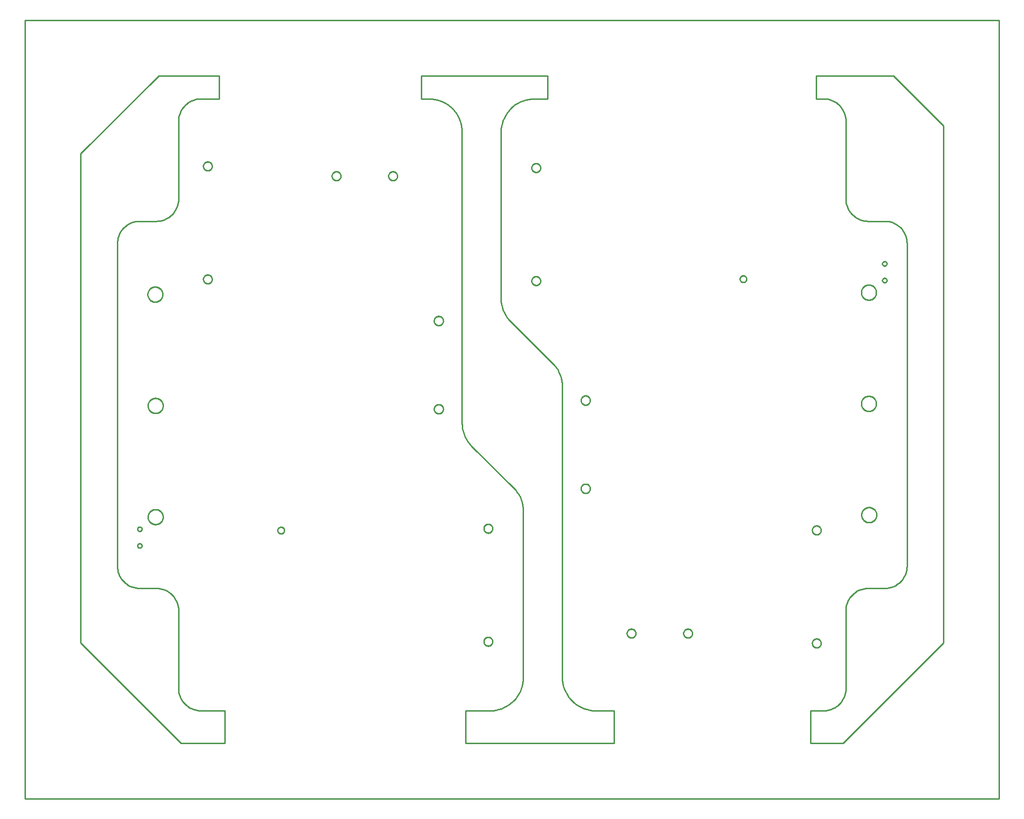
<source format=gbr>
G04 EAGLE Gerber RS-274X export*
G75*
%MOMM*%
%FSLAX34Y34*%
%LPD*%
%IN*%
%IPPOS*%
%AMOC8*
5,1,8,0,0,1.08239X$1,22.5*%
G01*
%ADD10C,0.254000*%


D10*
X0Y0D02*
X1750000Y0D01*
X1750000Y1400000D01*
X0Y1400000D01*
X0Y0D01*
X711524Y1258500D02*
X724968Y1258500D01*
X730197Y1258272D01*
X735387Y1257588D01*
X740497Y1256456D01*
X745489Y1254882D01*
X750325Y1252878D01*
X754968Y1250462D01*
X759383Y1247649D01*
X763535Y1244463D01*
X767394Y1240926D01*
X770931Y1237067D01*
X774117Y1232915D01*
X776930Y1228500D01*
X779346Y1223857D01*
X781350Y1219021D01*
X782924Y1214029D01*
X784056Y1208919D01*
X784740Y1203729D01*
X784968Y1198500D01*
X784968Y675992D01*
X785196Y670762D01*
X785880Y665573D01*
X787012Y660463D01*
X788586Y655471D01*
X790590Y650635D01*
X793006Y645992D01*
X795819Y641577D01*
X799005Y637425D01*
X802542Y633565D01*
X802748Y633360D01*
X877218Y559610D01*
X880771Y555774D01*
X883975Y551643D01*
X886808Y547249D01*
X889247Y542624D01*
X891274Y537804D01*
X892872Y532826D01*
X894031Y527727D01*
X894741Y522547D01*
X894997Y517325D01*
X894998Y516973D01*
X894973Y218495D01*
X894744Y213266D01*
X894061Y208076D01*
X892927Y202966D01*
X891353Y197974D01*
X889349Y193138D01*
X886932Y188496D01*
X884119Y184081D01*
X880932Y179929D01*
X877396Y176070D01*
X873536Y172534D01*
X869383Y169348D01*
X864969Y166536D01*
X860326Y164119D01*
X855490Y162117D01*
X850497Y160543D01*
X845387Y159411D01*
X840197Y158728D01*
X834973Y158500D01*
X791524Y158500D01*
X791524Y100000D01*
X1058476Y100000D01*
X1058476Y158500D01*
X1025032Y158500D01*
X1019803Y158728D01*
X1014613Y159412D01*
X1009503Y160544D01*
X1004511Y162118D01*
X999675Y164122D01*
X995032Y166538D01*
X990617Y169351D01*
X986465Y172537D01*
X982606Y176074D01*
X979069Y179933D01*
X975883Y184085D01*
X973070Y188500D01*
X970654Y193143D01*
X968650Y197979D01*
X967076Y202971D01*
X965944Y208081D01*
X965260Y213271D01*
X965032Y218500D01*
X965032Y741008D01*
X964804Y746238D01*
X964120Y751427D01*
X962988Y756537D01*
X961414Y761529D01*
X959410Y766365D01*
X956994Y771008D01*
X954181Y775423D01*
X950995Y779576D01*
X947458Y783435D01*
X947252Y783640D01*
X872782Y857390D01*
X869229Y861226D01*
X866025Y865357D01*
X863192Y869751D01*
X860753Y874376D01*
X858726Y879196D01*
X857128Y884174D01*
X855969Y889273D01*
X855259Y894453D01*
X855003Y899675D01*
X855002Y900027D01*
X855027Y1198505D01*
X855256Y1203734D01*
X855939Y1208924D01*
X857073Y1214034D01*
X858647Y1219026D01*
X860651Y1223862D01*
X863068Y1228504D01*
X865881Y1232919D01*
X869068Y1237071D01*
X872604Y1240930D01*
X876464Y1244466D01*
X880617Y1247652D01*
X885031Y1250464D01*
X889674Y1252881D01*
X894511Y1254883D01*
X899503Y1256457D01*
X904613Y1257589D01*
X909803Y1258272D01*
X915027Y1258500D01*
X938476Y1258500D01*
X938476Y1300000D01*
X711524Y1300000D01*
X711524Y1258500D01*
X1411524Y100000D02*
X1470000Y100000D01*
X1650000Y280000D01*
X1650000Y1210000D01*
X1560000Y1300000D01*
X1421524Y1300000D01*
X1421524Y1258500D01*
X1434424Y1258500D01*
X1437910Y1258348D01*
X1441370Y1257892D01*
X1444777Y1257137D01*
X1448105Y1256088D01*
X1451329Y1254752D01*
X1454424Y1253141D01*
X1457367Y1251266D01*
X1460136Y1249142D01*
X1462708Y1246784D01*
X1465066Y1244212D01*
X1467190Y1241443D01*
X1469065Y1238500D01*
X1470676Y1235405D01*
X1472012Y1232181D01*
X1473061Y1228853D01*
X1473816Y1225446D01*
X1474272Y1221986D01*
X1474424Y1218500D01*
X1474424Y1078500D01*
X1474576Y1075014D01*
X1475032Y1071554D01*
X1475787Y1068147D01*
X1476836Y1064819D01*
X1478172Y1061595D01*
X1479783Y1058500D01*
X1481658Y1055557D01*
X1483782Y1052789D01*
X1486140Y1050216D01*
X1488713Y1047858D01*
X1491481Y1045734D01*
X1494424Y1043859D01*
X1497519Y1042248D01*
X1500743Y1040912D01*
X1504071Y1039863D01*
X1507478Y1039108D01*
X1510938Y1038652D01*
X1514424Y1038500D01*
X1544424Y1038500D01*
X1547910Y1038348D01*
X1551370Y1037892D01*
X1554777Y1037137D01*
X1558105Y1036088D01*
X1561329Y1034752D01*
X1564424Y1033141D01*
X1567367Y1031266D01*
X1570136Y1029142D01*
X1572708Y1026784D01*
X1575066Y1024212D01*
X1577190Y1021443D01*
X1579065Y1018500D01*
X1580676Y1015405D01*
X1582012Y1012181D01*
X1583061Y1008853D01*
X1583816Y1005446D01*
X1584272Y1001986D01*
X1584424Y998500D01*
X1584424Y418500D01*
X1584272Y415014D01*
X1583816Y411554D01*
X1583061Y408147D01*
X1582012Y404819D01*
X1580676Y401595D01*
X1579065Y398500D01*
X1577190Y395557D01*
X1575066Y392789D01*
X1572708Y390216D01*
X1570136Y387858D01*
X1567367Y385734D01*
X1564424Y383859D01*
X1561329Y382248D01*
X1558105Y380912D01*
X1554777Y379863D01*
X1551370Y379108D01*
X1547910Y378652D01*
X1544424Y378500D01*
X1514424Y378500D01*
X1510938Y378348D01*
X1507478Y377892D01*
X1504071Y377137D01*
X1500743Y376088D01*
X1497519Y374752D01*
X1494424Y373141D01*
X1491481Y371266D01*
X1488713Y369142D01*
X1486140Y366784D01*
X1483782Y364212D01*
X1481658Y361443D01*
X1479783Y358500D01*
X1478172Y355405D01*
X1476836Y352181D01*
X1475787Y348853D01*
X1475032Y345446D01*
X1474576Y341986D01*
X1474424Y338500D01*
X1474424Y198500D01*
X1474272Y195014D01*
X1473816Y191554D01*
X1473061Y188147D01*
X1472012Y184819D01*
X1470676Y181595D01*
X1469065Y178500D01*
X1467190Y175557D01*
X1465066Y172789D01*
X1462708Y170216D01*
X1460136Y167858D01*
X1457367Y165734D01*
X1454424Y163859D01*
X1451329Y162248D01*
X1448105Y160912D01*
X1444777Y159863D01*
X1441370Y159108D01*
X1437910Y158652D01*
X1434424Y158500D01*
X1411524Y158500D01*
X1411524Y100000D01*
X100000Y280000D02*
X280000Y100000D01*
X358476Y100000D01*
X358476Y158500D01*
X315576Y158500D01*
X312090Y158652D01*
X308630Y159108D01*
X305223Y159863D01*
X301895Y160912D01*
X298671Y162248D01*
X295576Y163859D01*
X292633Y165734D01*
X289865Y167858D01*
X287292Y170216D01*
X284934Y172789D01*
X282810Y175557D01*
X280935Y178500D01*
X279324Y181595D01*
X277988Y184819D01*
X276939Y188147D01*
X276184Y191554D01*
X275728Y195014D01*
X275576Y198500D01*
X275576Y338500D01*
X275424Y341986D01*
X274968Y345446D01*
X274213Y348853D01*
X273164Y352181D01*
X271828Y355405D01*
X270217Y358500D01*
X268342Y361443D01*
X266218Y364212D01*
X263860Y366784D01*
X261288Y369142D01*
X258519Y371266D01*
X255576Y373141D01*
X252481Y374752D01*
X249257Y376088D01*
X245929Y377137D01*
X242522Y377892D01*
X239062Y378348D01*
X235576Y378500D01*
X205576Y378500D01*
X202090Y378652D01*
X198630Y379108D01*
X195223Y379863D01*
X191895Y380912D01*
X188671Y382248D01*
X185576Y383859D01*
X182633Y385734D01*
X179865Y387858D01*
X177292Y390216D01*
X174934Y392789D01*
X172810Y395557D01*
X170935Y398500D01*
X169324Y401595D01*
X167988Y404819D01*
X166939Y408147D01*
X166184Y411554D01*
X165728Y415014D01*
X165576Y418500D01*
X165576Y998500D01*
X165728Y1001986D01*
X166184Y1005446D01*
X166939Y1008853D01*
X167988Y1012181D01*
X169324Y1015405D01*
X170935Y1018500D01*
X172810Y1021443D01*
X174934Y1024212D01*
X177292Y1026784D01*
X179865Y1029142D01*
X182633Y1031266D01*
X185576Y1033141D01*
X188671Y1034752D01*
X191895Y1036088D01*
X195223Y1037137D01*
X198630Y1037892D01*
X202090Y1038348D01*
X205576Y1038500D01*
X235576Y1038500D01*
X239062Y1038652D01*
X242522Y1039108D01*
X245929Y1039863D01*
X249257Y1040912D01*
X252481Y1042248D01*
X255576Y1043859D01*
X258519Y1045734D01*
X261288Y1047858D01*
X263860Y1050216D01*
X266218Y1052789D01*
X268342Y1055557D01*
X270217Y1058500D01*
X271828Y1061595D01*
X273164Y1064819D01*
X274213Y1068147D01*
X274968Y1071554D01*
X275424Y1075014D01*
X275576Y1078500D01*
X275576Y1218500D01*
X275728Y1221986D01*
X276184Y1225446D01*
X276939Y1228853D01*
X277988Y1232181D01*
X279324Y1235405D01*
X280935Y1238500D01*
X282810Y1241443D01*
X284934Y1244212D01*
X287292Y1246784D01*
X289865Y1249142D01*
X292633Y1251266D01*
X295576Y1253141D01*
X298671Y1254752D01*
X301895Y1256088D01*
X305223Y1257137D01*
X308630Y1257892D01*
X312090Y1258348D01*
X315576Y1258500D01*
X348476Y1258500D01*
X348476Y1300000D01*
X240000Y1300000D01*
X100000Y1160000D01*
X100000Y280000D01*
X247736Y506218D02*
X247667Y505256D01*
X247530Y504302D01*
X247325Y503359D01*
X247053Y502434D01*
X246716Y501530D01*
X246316Y500653D01*
X245854Y499807D01*
X245332Y498996D01*
X244754Y498224D01*
X244123Y497495D01*
X243441Y496813D01*
X242712Y496182D01*
X241940Y495604D01*
X241129Y495082D01*
X240283Y494620D01*
X239406Y494220D01*
X238502Y493883D01*
X237577Y493611D01*
X236635Y493406D01*
X235680Y493269D01*
X234718Y493200D01*
X233754Y493200D01*
X232792Y493269D01*
X231838Y493406D01*
X230895Y493611D01*
X229970Y493883D01*
X229066Y494220D01*
X228189Y494620D01*
X227343Y495082D01*
X226532Y495604D01*
X225760Y496182D01*
X225031Y496813D01*
X224349Y497495D01*
X223718Y498224D01*
X223140Y498996D01*
X222618Y499807D01*
X222156Y500653D01*
X221756Y501530D01*
X221419Y502434D01*
X221147Y503359D01*
X220942Y504302D01*
X220805Y505256D01*
X220736Y506218D01*
X220736Y507182D01*
X220805Y508144D01*
X220942Y509099D01*
X221147Y510041D01*
X221419Y510966D01*
X221756Y511870D01*
X222156Y512747D01*
X222618Y513593D01*
X223140Y514404D01*
X223718Y515176D01*
X224349Y515905D01*
X225031Y516587D01*
X225760Y517218D01*
X226532Y517796D01*
X227343Y518318D01*
X228189Y518780D01*
X229066Y519180D01*
X229970Y519517D01*
X230895Y519789D01*
X231838Y519994D01*
X232792Y520131D01*
X233754Y520200D01*
X234718Y520200D01*
X235680Y520131D01*
X236635Y519994D01*
X237577Y519789D01*
X238502Y519517D01*
X239406Y519180D01*
X240283Y518780D01*
X241129Y518318D01*
X241940Y517796D01*
X242712Y517218D01*
X243441Y516587D01*
X244123Y515905D01*
X244754Y515176D01*
X245332Y514404D01*
X245854Y513593D01*
X246316Y512747D01*
X246716Y511870D01*
X247053Y510966D01*
X247325Y510041D01*
X247530Y509099D01*
X247667Y508144D01*
X247736Y507182D01*
X247736Y506218D01*
X247736Y706178D02*
X247667Y705216D01*
X247530Y704262D01*
X247325Y703319D01*
X247053Y702394D01*
X246716Y701490D01*
X246316Y700613D01*
X245854Y699767D01*
X245332Y698956D01*
X244754Y698184D01*
X244123Y697455D01*
X243441Y696773D01*
X242712Y696142D01*
X241940Y695564D01*
X241129Y695042D01*
X240283Y694580D01*
X239406Y694180D01*
X238502Y693843D01*
X237577Y693571D01*
X236635Y693366D01*
X235680Y693229D01*
X234718Y693160D01*
X233754Y693160D01*
X232792Y693229D01*
X231838Y693366D01*
X230895Y693571D01*
X229970Y693843D01*
X229066Y694180D01*
X228189Y694580D01*
X227343Y695042D01*
X226532Y695564D01*
X225760Y696142D01*
X225031Y696773D01*
X224349Y697455D01*
X223718Y698184D01*
X223140Y698956D01*
X222618Y699767D01*
X222156Y700613D01*
X221756Y701490D01*
X221419Y702394D01*
X221147Y703319D01*
X220942Y704262D01*
X220805Y705216D01*
X220736Y706178D01*
X220736Y707142D01*
X220805Y708104D01*
X220942Y709059D01*
X221147Y710001D01*
X221419Y710926D01*
X221756Y711830D01*
X222156Y712707D01*
X222618Y713553D01*
X223140Y714364D01*
X223718Y715136D01*
X224349Y715865D01*
X225031Y716547D01*
X225760Y717178D01*
X226532Y717756D01*
X227343Y718278D01*
X228189Y718740D01*
X229066Y719140D01*
X229970Y719477D01*
X230895Y719749D01*
X231838Y719954D01*
X232792Y720091D01*
X233754Y720160D01*
X234718Y720160D01*
X235680Y720091D01*
X236635Y719954D01*
X237577Y719749D01*
X238502Y719477D01*
X239406Y719140D01*
X240283Y718740D01*
X241129Y718278D01*
X241940Y717756D01*
X242712Y717178D01*
X243441Y716547D01*
X244123Y715865D01*
X244754Y715136D01*
X245332Y714364D01*
X245854Y713553D01*
X246316Y712707D01*
X246716Y711830D01*
X247053Y710926D01*
X247325Y710001D01*
X247530Y709059D01*
X247667Y708104D01*
X247736Y707142D01*
X247736Y706178D01*
X247236Y906218D02*
X247167Y905256D01*
X247030Y904302D01*
X246825Y903359D01*
X246553Y902434D01*
X246216Y901530D01*
X245816Y900653D01*
X245354Y899807D01*
X244832Y898996D01*
X244254Y898224D01*
X243623Y897495D01*
X242941Y896813D01*
X242212Y896182D01*
X241440Y895604D01*
X240629Y895082D01*
X239783Y894620D01*
X238906Y894220D01*
X238002Y893883D01*
X237077Y893611D01*
X236135Y893406D01*
X235180Y893269D01*
X234218Y893200D01*
X233254Y893200D01*
X232292Y893269D01*
X231338Y893406D01*
X230395Y893611D01*
X229470Y893883D01*
X228566Y894220D01*
X227689Y894620D01*
X226843Y895082D01*
X226032Y895604D01*
X225260Y896182D01*
X224531Y896813D01*
X223849Y897495D01*
X223218Y898224D01*
X222640Y898996D01*
X222118Y899807D01*
X221656Y900653D01*
X221256Y901530D01*
X220919Y902434D01*
X220647Y903359D01*
X220442Y904302D01*
X220305Y905256D01*
X220236Y906218D01*
X220236Y907182D01*
X220305Y908144D01*
X220442Y909099D01*
X220647Y910041D01*
X220919Y910966D01*
X221256Y911870D01*
X221656Y912747D01*
X222118Y913593D01*
X222640Y914404D01*
X223218Y915176D01*
X223849Y915905D01*
X224531Y916587D01*
X225260Y917218D01*
X226032Y917796D01*
X226843Y918318D01*
X227689Y918780D01*
X228566Y919180D01*
X229470Y919517D01*
X230395Y919789D01*
X231338Y919994D01*
X232292Y920131D01*
X233254Y920200D01*
X234218Y920200D01*
X235180Y920131D01*
X236135Y919994D01*
X237077Y919789D01*
X238002Y919517D01*
X238906Y919180D01*
X239783Y918780D01*
X240629Y918318D01*
X241440Y917796D01*
X242212Y917218D01*
X242941Y916587D01*
X243623Y915905D01*
X244254Y915176D01*
X244832Y914404D01*
X245354Y913593D01*
X245816Y912747D01*
X246216Y911870D01*
X246553Y910966D01*
X246825Y910041D01*
X247030Y909099D01*
X247167Y908144D01*
X247236Y907182D01*
X247236Y906218D01*
X1529264Y909818D02*
X1529195Y908856D01*
X1529058Y907902D01*
X1528853Y906959D01*
X1528581Y906034D01*
X1528244Y905130D01*
X1527844Y904253D01*
X1527382Y903407D01*
X1526860Y902596D01*
X1526282Y901824D01*
X1525651Y901095D01*
X1524969Y900413D01*
X1524240Y899782D01*
X1523468Y899204D01*
X1522657Y898682D01*
X1521811Y898220D01*
X1520934Y897820D01*
X1520030Y897483D01*
X1519105Y897211D01*
X1518163Y897006D01*
X1517208Y896869D01*
X1516246Y896800D01*
X1515282Y896800D01*
X1514320Y896869D01*
X1513366Y897006D01*
X1512423Y897211D01*
X1511498Y897483D01*
X1510594Y897820D01*
X1509717Y898220D01*
X1508871Y898682D01*
X1508060Y899204D01*
X1507288Y899782D01*
X1506559Y900413D01*
X1505877Y901095D01*
X1505246Y901824D01*
X1504668Y902596D01*
X1504146Y903407D01*
X1503684Y904253D01*
X1503284Y905130D01*
X1502947Y906034D01*
X1502675Y906959D01*
X1502470Y907902D01*
X1502333Y908856D01*
X1502264Y909818D01*
X1502264Y910782D01*
X1502333Y911744D01*
X1502470Y912699D01*
X1502675Y913641D01*
X1502947Y914566D01*
X1503284Y915470D01*
X1503684Y916347D01*
X1504146Y917193D01*
X1504668Y918004D01*
X1505246Y918776D01*
X1505877Y919505D01*
X1506559Y920187D01*
X1507288Y920818D01*
X1508060Y921396D01*
X1508871Y921918D01*
X1509717Y922380D01*
X1510594Y922780D01*
X1511498Y923117D01*
X1512423Y923389D01*
X1513366Y923594D01*
X1514320Y923731D01*
X1515282Y923800D01*
X1516246Y923800D01*
X1517208Y923731D01*
X1518163Y923594D01*
X1519105Y923389D01*
X1520030Y923117D01*
X1520934Y922780D01*
X1521811Y922380D01*
X1522657Y921918D01*
X1523468Y921396D01*
X1524240Y920818D01*
X1524969Y920187D01*
X1525651Y919505D01*
X1526282Y918776D01*
X1526860Y918004D01*
X1527382Y917193D01*
X1527844Y916347D01*
X1528244Y915470D01*
X1528581Y914566D01*
X1528853Y913641D01*
X1529058Y912699D01*
X1529195Y911744D01*
X1529264Y910782D01*
X1529264Y909818D01*
X1529264Y709858D02*
X1529195Y708896D01*
X1529058Y707942D01*
X1528853Y706999D01*
X1528581Y706074D01*
X1528244Y705170D01*
X1527844Y704293D01*
X1527382Y703447D01*
X1526860Y702636D01*
X1526282Y701864D01*
X1525651Y701135D01*
X1524969Y700453D01*
X1524240Y699822D01*
X1523468Y699244D01*
X1522657Y698722D01*
X1521811Y698260D01*
X1520934Y697860D01*
X1520030Y697523D01*
X1519105Y697251D01*
X1518163Y697046D01*
X1517208Y696909D01*
X1516246Y696840D01*
X1515282Y696840D01*
X1514320Y696909D01*
X1513366Y697046D01*
X1512423Y697251D01*
X1511498Y697523D01*
X1510594Y697860D01*
X1509717Y698260D01*
X1508871Y698722D01*
X1508060Y699244D01*
X1507288Y699822D01*
X1506559Y700453D01*
X1505877Y701135D01*
X1505246Y701864D01*
X1504668Y702636D01*
X1504146Y703447D01*
X1503684Y704293D01*
X1503284Y705170D01*
X1502947Y706074D01*
X1502675Y706999D01*
X1502470Y707942D01*
X1502333Y708896D01*
X1502264Y709858D01*
X1502264Y710822D01*
X1502333Y711784D01*
X1502470Y712739D01*
X1502675Y713681D01*
X1502947Y714606D01*
X1503284Y715510D01*
X1503684Y716387D01*
X1504146Y717233D01*
X1504668Y718044D01*
X1505246Y718816D01*
X1505877Y719545D01*
X1506559Y720227D01*
X1507288Y720858D01*
X1508060Y721436D01*
X1508871Y721958D01*
X1509717Y722420D01*
X1510594Y722820D01*
X1511498Y723157D01*
X1512423Y723429D01*
X1513366Y723634D01*
X1514320Y723771D01*
X1515282Y723840D01*
X1516246Y723840D01*
X1517208Y723771D01*
X1518163Y723634D01*
X1519105Y723429D01*
X1520030Y723157D01*
X1520934Y722820D01*
X1521811Y722420D01*
X1522657Y721958D01*
X1523468Y721436D01*
X1524240Y720858D01*
X1524969Y720227D01*
X1525651Y719545D01*
X1526282Y718816D01*
X1526860Y718044D01*
X1527382Y717233D01*
X1527844Y716387D01*
X1528244Y715510D01*
X1528581Y714606D01*
X1528853Y713681D01*
X1529058Y712739D01*
X1529195Y711784D01*
X1529264Y710822D01*
X1529264Y709858D01*
X1529764Y509818D02*
X1529695Y508856D01*
X1529558Y507902D01*
X1529353Y506959D01*
X1529081Y506034D01*
X1528744Y505130D01*
X1528344Y504253D01*
X1527882Y503407D01*
X1527360Y502596D01*
X1526782Y501824D01*
X1526151Y501095D01*
X1525469Y500413D01*
X1524740Y499782D01*
X1523968Y499204D01*
X1523157Y498682D01*
X1522311Y498220D01*
X1521434Y497820D01*
X1520530Y497483D01*
X1519605Y497211D01*
X1518663Y497006D01*
X1517708Y496869D01*
X1516746Y496800D01*
X1515782Y496800D01*
X1514820Y496869D01*
X1513866Y497006D01*
X1512923Y497211D01*
X1511998Y497483D01*
X1511094Y497820D01*
X1510217Y498220D01*
X1509371Y498682D01*
X1508560Y499204D01*
X1507788Y499782D01*
X1507059Y500413D01*
X1506377Y501095D01*
X1505746Y501824D01*
X1505168Y502596D01*
X1504646Y503407D01*
X1504184Y504253D01*
X1503784Y505130D01*
X1503447Y506034D01*
X1503175Y506959D01*
X1502970Y507902D01*
X1502833Y508856D01*
X1502764Y509818D01*
X1502764Y510782D01*
X1502833Y511744D01*
X1502970Y512699D01*
X1503175Y513641D01*
X1503447Y514566D01*
X1503784Y515470D01*
X1504184Y516347D01*
X1504646Y517193D01*
X1505168Y518004D01*
X1505746Y518776D01*
X1506377Y519505D01*
X1507059Y520187D01*
X1507788Y520818D01*
X1508560Y521396D01*
X1509371Y521918D01*
X1510217Y522380D01*
X1511094Y522780D01*
X1511998Y523117D01*
X1512923Y523389D01*
X1513866Y523594D01*
X1514820Y523731D01*
X1515782Y523800D01*
X1516746Y523800D01*
X1517708Y523731D01*
X1518663Y523594D01*
X1519605Y523389D01*
X1520530Y523117D01*
X1521434Y522780D01*
X1522311Y522380D01*
X1523157Y521918D01*
X1523968Y521396D01*
X1524740Y520818D01*
X1525469Y520187D01*
X1526151Y519505D01*
X1526782Y518776D01*
X1527360Y518004D01*
X1527882Y517193D01*
X1528344Y516347D01*
X1528744Y515470D01*
X1529081Y514566D01*
X1529353Y513641D01*
X1529558Y512699D01*
X1529695Y511744D01*
X1529764Y510782D01*
X1529764Y509818D01*
X320100Y934488D02*
X320176Y935261D01*
X320328Y936022D01*
X320553Y936765D01*
X320850Y937482D01*
X321216Y938166D01*
X321647Y938812D01*
X322139Y939412D01*
X322688Y939961D01*
X323288Y940453D01*
X323934Y940884D01*
X324618Y941250D01*
X325335Y941547D01*
X326078Y941773D01*
X326839Y941924D01*
X327612Y942000D01*
X328388Y942000D01*
X329161Y941924D01*
X329922Y941773D01*
X330665Y941547D01*
X331382Y941250D01*
X332066Y940884D01*
X332712Y940453D01*
X333312Y939961D01*
X333861Y939412D01*
X334353Y938812D01*
X334784Y938166D01*
X335150Y937482D01*
X335447Y936765D01*
X335673Y936022D01*
X335824Y935261D01*
X335900Y934488D01*
X335900Y933712D01*
X335824Y932939D01*
X335673Y932178D01*
X335447Y931435D01*
X335150Y930718D01*
X334784Y930034D01*
X334353Y929388D01*
X333861Y928788D01*
X333312Y928239D01*
X332712Y927747D01*
X332066Y927316D01*
X331382Y926950D01*
X330665Y926653D01*
X329922Y926428D01*
X329161Y926276D01*
X328388Y926200D01*
X327612Y926200D01*
X326839Y926276D01*
X326078Y926428D01*
X325335Y926653D01*
X324618Y926950D01*
X323934Y927316D01*
X323288Y927747D01*
X322688Y928239D01*
X322139Y928788D01*
X321647Y929388D01*
X321216Y930034D01*
X320850Y930718D01*
X320553Y931435D01*
X320328Y932178D01*
X320176Y932939D01*
X320100Y933712D01*
X320100Y934488D01*
X320100Y1137688D02*
X320176Y1138461D01*
X320328Y1139222D01*
X320553Y1139965D01*
X320850Y1140682D01*
X321216Y1141366D01*
X321647Y1142012D01*
X322139Y1142612D01*
X322688Y1143161D01*
X323288Y1143653D01*
X323934Y1144084D01*
X324618Y1144450D01*
X325335Y1144747D01*
X326078Y1144973D01*
X326839Y1145124D01*
X327612Y1145200D01*
X328388Y1145200D01*
X329161Y1145124D01*
X329922Y1144973D01*
X330665Y1144747D01*
X331382Y1144450D01*
X332066Y1144084D01*
X332712Y1143653D01*
X333312Y1143161D01*
X333861Y1142612D01*
X334353Y1142012D01*
X334784Y1141366D01*
X335150Y1140682D01*
X335447Y1139965D01*
X335673Y1139222D01*
X335824Y1138461D01*
X335900Y1137688D01*
X335900Y1136912D01*
X335824Y1136139D01*
X335673Y1135378D01*
X335447Y1134635D01*
X335150Y1133918D01*
X334784Y1133234D01*
X334353Y1132588D01*
X333861Y1131988D01*
X333312Y1131439D01*
X332712Y1130947D01*
X332066Y1130516D01*
X331382Y1130150D01*
X330665Y1129853D01*
X329922Y1129628D01*
X329161Y1129476D01*
X328388Y1129400D01*
X327612Y1129400D01*
X326839Y1129476D01*
X326078Y1129628D01*
X325335Y1129853D01*
X324618Y1130150D01*
X323934Y1130516D01*
X323288Y1130947D01*
X322688Y1131439D01*
X322139Y1131988D01*
X321647Y1132588D01*
X321216Y1133234D01*
X320850Y1133918D01*
X320553Y1134635D01*
X320328Y1135378D01*
X320176Y1136139D01*
X320100Y1136912D01*
X320100Y1137688D01*
X839900Y485512D02*
X839824Y484739D01*
X839673Y483978D01*
X839447Y483235D01*
X839150Y482518D01*
X838784Y481834D01*
X838353Y481188D01*
X837861Y480588D01*
X837312Y480039D01*
X836712Y479547D01*
X836066Y479116D01*
X835382Y478750D01*
X834665Y478453D01*
X833922Y478228D01*
X833161Y478076D01*
X832388Y478000D01*
X831612Y478000D01*
X830839Y478076D01*
X830078Y478228D01*
X829335Y478453D01*
X828618Y478750D01*
X827934Y479116D01*
X827288Y479547D01*
X826688Y480039D01*
X826139Y480588D01*
X825647Y481188D01*
X825216Y481834D01*
X824850Y482518D01*
X824553Y483235D01*
X824328Y483978D01*
X824176Y484739D01*
X824100Y485512D01*
X824100Y486288D01*
X824176Y487061D01*
X824328Y487822D01*
X824553Y488565D01*
X824850Y489282D01*
X825216Y489966D01*
X825647Y490612D01*
X826139Y491212D01*
X826688Y491761D01*
X827288Y492253D01*
X827934Y492684D01*
X828618Y493050D01*
X829335Y493347D01*
X830078Y493573D01*
X830839Y493724D01*
X831612Y493800D01*
X832388Y493800D01*
X833161Y493724D01*
X833922Y493573D01*
X834665Y493347D01*
X835382Y493050D01*
X836066Y492684D01*
X836712Y492253D01*
X837312Y491761D01*
X837861Y491212D01*
X838353Y490612D01*
X838784Y489966D01*
X839150Y489282D01*
X839447Y488565D01*
X839673Y487822D01*
X839824Y487061D01*
X839900Y486288D01*
X839900Y485512D01*
X839900Y282312D02*
X839824Y281539D01*
X839673Y280778D01*
X839447Y280035D01*
X839150Y279318D01*
X838784Y278634D01*
X838353Y277988D01*
X837861Y277388D01*
X837312Y276839D01*
X836712Y276347D01*
X836066Y275916D01*
X835382Y275550D01*
X834665Y275253D01*
X833922Y275028D01*
X833161Y274876D01*
X832388Y274800D01*
X831612Y274800D01*
X830839Y274876D01*
X830078Y275028D01*
X829335Y275253D01*
X828618Y275550D01*
X827934Y275916D01*
X827288Y276347D01*
X826688Y276839D01*
X826139Y277388D01*
X825647Y277988D01*
X825216Y278634D01*
X824850Y279318D01*
X824553Y280035D01*
X824328Y280778D01*
X824176Y281539D01*
X824100Y282312D01*
X824100Y283088D01*
X824176Y283861D01*
X824328Y284622D01*
X824553Y285365D01*
X824850Y286082D01*
X825216Y286766D01*
X825647Y287412D01*
X826139Y288012D01*
X826688Y288561D01*
X827288Y289053D01*
X827934Y289484D01*
X828618Y289850D01*
X829335Y290147D01*
X830078Y290373D01*
X830839Y290524D01*
X831612Y290600D01*
X832388Y290600D01*
X833161Y290524D01*
X833922Y290373D01*
X834665Y290147D01*
X835382Y289850D01*
X836066Y289484D01*
X836712Y289053D01*
X837312Y288561D01*
X837861Y288012D01*
X838353Y287412D01*
X838784Y286766D01*
X839150Y286082D01*
X839447Y285365D01*
X839673Y284622D01*
X839824Y283861D01*
X839900Y283088D01*
X839900Y282312D01*
X453740Y482849D02*
X453815Y483519D01*
X453965Y484176D01*
X454188Y484812D01*
X454480Y485419D01*
X454839Y485990D01*
X455259Y486516D01*
X455736Y486993D01*
X456263Y487413D01*
X456833Y487772D01*
X457440Y488064D01*
X458076Y488287D01*
X458733Y488437D01*
X459403Y488512D01*
X460077Y488512D01*
X460747Y488437D01*
X461404Y488287D01*
X462040Y488064D01*
X462647Y487772D01*
X463218Y487413D01*
X463744Y486993D01*
X464221Y486516D01*
X464641Y485990D01*
X465000Y485419D01*
X465292Y484812D01*
X465515Y484176D01*
X465665Y483519D01*
X465740Y482849D01*
X465740Y482175D01*
X465665Y481505D01*
X465515Y480848D01*
X465292Y480212D01*
X465000Y479605D01*
X464641Y479035D01*
X464221Y478508D01*
X463744Y478031D01*
X463218Y477611D01*
X462647Y477252D01*
X462040Y476960D01*
X461404Y476737D01*
X460747Y476587D01*
X460077Y476512D01*
X459403Y476512D01*
X458733Y476587D01*
X458076Y476737D01*
X457440Y476960D01*
X456833Y477252D01*
X456263Y477611D01*
X455736Y478031D01*
X455259Y478508D01*
X454839Y479035D01*
X454480Y479605D01*
X454188Y480212D01*
X453965Y480848D01*
X453815Y481505D01*
X453740Y482175D01*
X453740Y482849D01*
X205562Y480936D02*
X205042Y481004D01*
X204535Y481140D01*
X204051Y481341D01*
X203597Y481603D01*
X203181Y481922D01*
X202810Y482293D01*
X202491Y482709D01*
X202229Y483163D01*
X202028Y483647D01*
X201892Y484154D01*
X201824Y484674D01*
X201824Y485198D01*
X201892Y485718D01*
X202028Y486225D01*
X202229Y486709D01*
X202491Y487163D01*
X202810Y487579D01*
X203181Y487950D01*
X203597Y488269D01*
X204051Y488531D01*
X204535Y488732D01*
X205042Y488868D01*
X205562Y488936D01*
X206086Y488936D01*
X206606Y488868D01*
X207113Y488732D01*
X207597Y488531D01*
X208051Y488269D01*
X208467Y487950D01*
X208838Y487579D01*
X209157Y487163D01*
X209419Y486709D01*
X209620Y486225D01*
X209756Y485718D01*
X209824Y485198D01*
X209824Y484674D01*
X209756Y484154D01*
X209620Y483647D01*
X209419Y483163D01*
X209157Y482709D01*
X208838Y482293D01*
X208467Y481922D01*
X208051Y481603D01*
X207597Y481341D01*
X207113Y481140D01*
X206606Y481004D01*
X206086Y480936D01*
X205562Y480936D01*
X205562Y450936D02*
X205042Y451004D01*
X204535Y451140D01*
X204051Y451341D01*
X203597Y451603D01*
X203181Y451922D01*
X202810Y452293D01*
X202491Y452709D01*
X202229Y453163D01*
X202028Y453647D01*
X201892Y454154D01*
X201824Y454674D01*
X201824Y455198D01*
X201892Y455718D01*
X202028Y456225D01*
X202229Y456709D01*
X202491Y457163D01*
X202810Y457579D01*
X203181Y457950D01*
X203597Y458269D01*
X204051Y458531D01*
X204535Y458732D01*
X205042Y458868D01*
X205562Y458936D01*
X206086Y458936D01*
X206606Y458868D01*
X207113Y458732D01*
X207597Y458531D01*
X208051Y458269D01*
X208467Y457950D01*
X208838Y457579D01*
X209157Y457163D01*
X209419Y456709D01*
X209620Y456225D01*
X209756Y455718D01*
X209824Y455198D01*
X209824Y454674D01*
X209756Y454154D01*
X209620Y453647D01*
X209419Y453163D01*
X209157Y452709D01*
X208838Y452293D01*
X208467Y451922D01*
X208051Y451603D01*
X207597Y451341D01*
X207113Y451140D01*
X206606Y451004D01*
X206086Y450936D01*
X205562Y450936D01*
X743405Y709000D02*
X744212Y708921D01*
X745007Y708762D01*
X745783Y708527D01*
X746532Y708217D01*
X747246Y707835D01*
X747920Y707384D01*
X748547Y706870D01*
X749120Y706297D01*
X749634Y705670D01*
X750085Y704996D01*
X750467Y704282D01*
X750777Y703533D01*
X751012Y702757D01*
X751171Y701962D01*
X751250Y701155D01*
X751250Y700345D01*
X751171Y699538D01*
X751012Y698743D01*
X750777Y697967D01*
X750467Y697218D01*
X750085Y696504D01*
X749634Y695830D01*
X749120Y695203D01*
X748547Y694630D01*
X747920Y694116D01*
X747246Y693665D01*
X746532Y693283D01*
X745783Y692973D01*
X745007Y692738D01*
X744212Y692579D01*
X743405Y692500D01*
X742595Y692500D01*
X741788Y692579D01*
X740993Y692738D01*
X740217Y692973D01*
X739468Y693283D01*
X738754Y693665D01*
X738080Y694116D01*
X737453Y694630D01*
X736880Y695203D01*
X736366Y695830D01*
X735915Y696504D01*
X735533Y697218D01*
X735223Y697967D01*
X734988Y698743D01*
X734829Y699538D01*
X734750Y700345D01*
X734750Y701155D01*
X734829Y701962D01*
X734988Y702757D01*
X735223Y703533D01*
X735533Y704282D01*
X735915Y704996D01*
X736366Y705670D01*
X736880Y706297D01*
X737453Y706870D01*
X738080Y707384D01*
X738754Y707835D01*
X739468Y708217D01*
X740217Y708527D01*
X740993Y708762D01*
X741788Y708921D01*
X742595Y709000D01*
X743405Y709000D01*
X743405Y867500D02*
X744212Y867421D01*
X745007Y867262D01*
X745783Y867027D01*
X746532Y866717D01*
X747246Y866335D01*
X747920Y865884D01*
X748547Y865370D01*
X749120Y864797D01*
X749634Y864170D01*
X750085Y863496D01*
X750467Y862782D01*
X750777Y862033D01*
X751012Y861257D01*
X751171Y860462D01*
X751250Y859655D01*
X751250Y858845D01*
X751171Y858038D01*
X751012Y857243D01*
X750777Y856467D01*
X750467Y855718D01*
X750085Y855004D01*
X749634Y854330D01*
X749120Y853703D01*
X748547Y853130D01*
X747920Y852616D01*
X747246Y852165D01*
X746532Y851783D01*
X745783Y851473D01*
X745007Y851238D01*
X744212Y851079D01*
X743405Y851000D01*
X742595Y851000D01*
X741788Y851079D01*
X740993Y851238D01*
X740217Y851473D01*
X739468Y851783D01*
X738754Y852165D01*
X738080Y852616D01*
X737453Y853130D01*
X736880Y853703D01*
X736366Y854330D01*
X735915Y855004D01*
X735533Y855718D01*
X735223Y856467D01*
X734988Y857243D01*
X734829Y858038D01*
X734750Y858845D01*
X734750Y859655D01*
X734829Y860462D01*
X734988Y861257D01*
X735223Y862033D01*
X735533Y862782D01*
X735915Y863496D01*
X736366Y864170D01*
X736880Y864797D01*
X737453Y865370D01*
X738080Y865884D01*
X738754Y866335D01*
X739468Y866717D01*
X740217Y867027D01*
X740993Y867262D01*
X741788Y867421D01*
X742595Y867500D01*
X743405Y867500D01*
X559588Y1111690D02*
X560361Y1111766D01*
X561122Y1111918D01*
X561865Y1112143D01*
X562582Y1112440D01*
X563266Y1112806D01*
X563912Y1113237D01*
X564512Y1113729D01*
X565061Y1114278D01*
X565553Y1114878D01*
X565984Y1115524D01*
X566350Y1116208D01*
X566647Y1116925D01*
X566873Y1117668D01*
X567024Y1118429D01*
X567100Y1119202D01*
X567100Y1119978D01*
X567024Y1120751D01*
X566873Y1121512D01*
X566647Y1122255D01*
X566350Y1122972D01*
X565984Y1123656D01*
X565553Y1124302D01*
X565061Y1124902D01*
X564512Y1125451D01*
X563912Y1125943D01*
X563266Y1126374D01*
X562582Y1126740D01*
X561865Y1127037D01*
X561122Y1127263D01*
X560361Y1127414D01*
X559588Y1127490D01*
X558812Y1127490D01*
X558039Y1127414D01*
X557278Y1127263D01*
X556535Y1127037D01*
X555818Y1126740D01*
X555134Y1126374D01*
X554488Y1125943D01*
X553888Y1125451D01*
X553339Y1124902D01*
X552847Y1124302D01*
X552416Y1123656D01*
X552050Y1122972D01*
X551753Y1122255D01*
X551528Y1121512D01*
X551376Y1120751D01*
X551300Y1119978D01*
X551300Y1119202D01*
X551376Y1118429D01*
X551528Y1117668D01*
X551753Y1116925D01*
X552050Y1116208D01*
X552416Y1115524D01*
X552847Y1114878D01*
X553339Y1114278D01*
X553888Y1113729D01*
X554488Y1113237D01*
X555134Y1112806D01*
X555818Y1112440D01*
X556535Y1112143D01*
X557278Y1111918D01*
X558039Y1111766D01*
X558812Y1111690D01*
X559588Y1111690D01*
X661188Y1111690D02*
X661961Y1111766D01*
X662722Y1111918D01*
X663465Y1112143D01*
X664182Y1112440D01*
X664866Y1112806D01*
X665512Y1113237D01*
X666112Y1113729D01*
X666661Y1114278D01*
X667153Y1114878D01*
X667584Y1115524D01*
X667950Y1116208D01*
X668247Y1116925D01*
X668473Y1117668D01*
X668624Y1118429D01*
X668700Y1119202D01*
X668700Y1119978D01*
X668624Y1120751D01*
X668473Y1121512D01*
X668247Y1122255D01*
X667950Y1122972D01*
X667584Y1123656D01*
X667153Y1124302D01*
X666661Y1124902D01*
X666112Y1125451D01*
X665512Y1125943D01*
X664866Y1126374D01*
X664182Y1126740D01*
X663465Y1127037D01*
X662722Y1127263D01*
X661961Y1127414D01*
X661188Y1127490D01*
X660412Y1127490D01*
X659639Y1127414D01*
X658878Y1127263D01*
X658135Y1127037D01*
X657418Y1126740D01*
X656734Y1126374D01*
X656088Y1125943D01*
X655488Y1125451D01*
X654939Y1124902D01*
X654447Y1124302D01*
X654016Y1123656D01*
X653650Y1122972D01*
X653353Y1122255D01*
X653128Y1121512D01*
X652976Y1120751D01*
X652900Y1119978D01*
X652900Y1119202D01*
X652976Y1118429D01*
X653128Y1117668D01*
X653353Y1116925D01*
X653650Y1116208D01*
X654016Y1115524D01*
X654447Y1114878D01*
X654939Y1114278D01*
X655488Y1113729D01*
X656088Y1113237D01*
X656734Y1112806D01*
X657418Y1112440D01*
X658135Y1112143D01*
X658878Y1111918D01*
X659639Y1111766D01*
X660412Y1111690D01*
X661188Y1111690D01*
X1429900Y482512D02*
X1429824Y481739D01*
X1429673Y480978D01*
X1429447Y480235D01*
X1429150Y479518D01*
X1428784Y478834D01*
X1428353Y478188D01*
X1427861Y477588D01*
X1427312Y477039D01*
X1426712Y476547D01*
X1426066Y476116D01*
X1425382Y475750D01*
X1424665Y475453D01*
X1423922Y475228D01*
X1423161Y475076D01*
X1422388Y475000D01*
X1421612Y475000D01*
X1420839Y475076D01*
X1420078Y475228D01*
X1419335Y475453D01*
X1418618Y475750D01*
X1417934Y476116D01*
X1417288Y476547D01*
X1416688Y477039D01*
X1416139Y477588D01*
X1415647Y478188D01*
X1415216Y478834D01*
X1414850Y479518D01*
X1414553Y480235D01*
X1414328Y480978D01*
X1414176Y481739D01*
X1414100Y482512D01*
X1414100Y483288D01*
X1414176Y484061D01*
X1414328Y484822D01*
X1414553Y485565D01*
X1414850Y486282D01*
X1415216Y486966D01*
X1415647Y487612D01*
X1416139Y488212D01*
X1416688Y488761D01*
X1417288Y489253D01*
X1417934Y489684D01*
X1418618Y490050D01*
X1419335Y490347D01*
X1420078Y490573D01*
X1420839Y490724D01*
X1421612Y490800D01*
X1422388Y490800D01*
X1423161Y490724D01*
X1423922Y490573D01*
X1424665Y490347D01*
X1425382Y490050D01*
X1426066Y489684D01*
X1426712Y489253D01*
X1427312Y488761D01*
X1427861Y488212D01*
X1428353Y487612D01*
X1428784Y486966D01*
X1429150Y486282D01*
X1429447Y485565D01*
X1429673Y484822D01*
X1429824Y484061D01*
X1429900Y483288D01*
X1429900Y482512D01*
X1429900Y279312D02*
X1429824Y278539D01*
X1429673Y277778D01*
X1429447Y277035D01*
X1429150Y276318D01*
X1428784Y275634D01*
X1428353Y274988D01*
X1427861Y274388D01*
X1427312Y273839D01*
X1426712Y273347D01*
X1426066Y272916D01*
X1425382Y272550D01*
X1424665Y272253D01*
X1423922Y272028D01*
X1423161Y271876D01*
X1422388Y271800D01*
X1421612Y271800D01*
X1420839Y271876D01*
X1420078Y272028D01*
X1419335Y272253D01*
X1418618Y272550D01*
X1417934Y272916D01*
X1417288Y273347D01*
X1416688Y273839D01*
X1416139Y274388D01*
X1415647Y274988D01*
X1415216Y275634D01*
X1414850Y276318D01*
X1414553Y277035D01*
X1414328Y277778D01*
X1414176Y278539D01*
X1414100Y279312D01*
X1414100Y280088D01*
X1414176Y280861D01*
X1414328Y281622D01*
X1414553Y282365D01*
X1414850Y283082D01*
X1415216Y283766D01*
X1415647Y284412D01*
X1416139Y285012D01*
X1416688Y285561D01*
X1417288Y286053D01*
X1417934Y286484D01*
X1418618Y286850D01*
X1419335Y287147D01*
X1420078Y287373D01*
X1420839Y287524D01*
X1421612Y287600D01*
X1422388Y287600D01*
X1423161Y287524D01*
X1423922Y287373D01*
X1424665Y287147D01*
X1425382Y286850D01*
X1426066Y286484D01*
X1426712Y286053D01*
X1427312Y285561D01*
X1427861Y285012D01*
X1428353Y284412D01*
X1428784Y283766D01*
X1429150Y283082D01*
X1429447Y282365D01*
X1429673Y281622D01*
X1429824Y280861D01*
X1429900Y280088D01*
X1429900Y279312D01*
X910100Y931488D02*
X910176Y932261D01*
X910328Y933022D01*
X910553Y933765D01*
X910850Y934482D01*
X911216Y935166D01*
X911647Y935812D01*
X912139Y936412D01*
X912688Y936961D01*
X913288Y937453D01*
X913934Y937884D01*
X914618Y938250D01*
X915335Y938547D01*
X916078Y938773D01*
X916839Y938924D01*
X917612Y939000D01*
X918388Y939000D01*
X919161Y938924D01*
X919922Y938773D01*
X920665Y938547D01*
X921382Y938250D01*
X922066Y937884D01*
X922712Y937453D01*
X923312Y936961D01*
X923861Y936412D01*
X924353Y935812D01*
X924784Y935166D01*
X925150Y934482D01*
X925447Y933765D01*
X925673Y933022D01*
X925824Y932261D01*
X925900Y931488D01*
X925900Y930712D01*
X925824Y929939D01*
X925673Y929178D01*
X925447Y928435D01*
X925150Y927718D01*
X924784Y927034D01*
X924353Y926388D01*
X923861Y925788D01*
X923312Y925239D01*
X922712Y924747D01*
X922066Y924316D01*
X921382Y923950D01*
X920665Y923653D01*
X919922Y923428D01*
X919161Y923276D01*
X918388Y923200D01*
X917612Y923200D01*
X916839Y923276D01*
X916078Y923428D01*
X915335Y923653D01*
X914618Y923950D01*
X913934Y924316D01*
X913288Y924747D01*
X912688Y925239D01*
X912139Y925788D01*
X911647Y926388D01*
X911216Y927034D01*
X910850Y927718D01*
X910553Y928435D01*
X910328Y929178D01*
X910176Y929939D01*
X910100Y930712D01*
X910100Y931488D01*
X910100Y1134688D02*
X910176Y1135461D01*
X910328Y1136222D01*
X910553Y1136965D01*
X910850Y1137682D01*
X911216Y1138366D01*
X911647Y1139012D01*
X912139Y1139612D01*
X912688Y1140161D01*
X913288Y1140653D01*
X913934Y1141084D01*
X914618Y1141450D01*
X915335Y1141747D01*
X916078Y1141973D01*
X916839Y1142124D01*
X917612Y1142200D01*
X918388Y1142200D01*
X919161Y1142124D01*
X919922Y1141973D01*
X920665Y1141747D01*
X921382Y1141450D01*
X922066Y1141084D01*
X922712Y1140653D01*
X923312Y1140161D01*
X923861Y1139612D01*
X924353Y1139012D01*
X924784Y1138366D01*
X925150Y1137682D01*
X925447Y1136965D01*
X925673Y1136222D01*
X925824Y1135461D01*
X925900Y1134688D01*
X925900Y1133912D01*
X925824Y1133139D01*
X925673Y1132378D01*
X925447Y1131635D01*
X925150Y1130918D01*
X924784Y1130234D01*
X924353Y1129588D01*
X923861Y1128988D01*
X923312Y1128439D01*
X922712Y1127947D01*
X922066Y1127516D01*
X921382Y1127150D01*
X920665Y1126853D01*
X919922Y1126628D01*
X919161Y1126476D01*
X918388Y1126400D01*
X917612Y1126400D01*
X916839Y1126476D01*
X916078Y1126628D01*
X915335Y1126853D01*
X914618Y1127150D01*
X913934Y1127516D01*
X913288Y1127947D01*
X912688Y1128439D01*
X912139Y1128988D01*
X911647Y1129588D01*
X911216Y1130234D01*
X910850Y1130918D01*
X910553Y1131635D01*
X910328Y1132378D01*
X910176Y1133139D01*
X910100Y1133912D01*
X910100Y1134688D01*
X1296260Y934151D02*
X1296185Y933481D01*
X1296035Y932824D01*
X1295812Y932188D01*
X1295520Y931581D01*
X1295161Y931011D01*
X1294741Y930484D01*
X1294264Y930007D01*
X1293738Y929587D01*
X1293167Y929228D01*
X1292560Y928936D01*
X1291924Y928713D01*
X1291267Y928563D01*
X1290597Y928488D01*
X1289923Y928488D01*
X1289253Y928563D01*
X1288596Y928713D01*
X1287960Y928936D01*
X1287353Y929228D01*
X1286783Y929587D01*
X1286256Y930007D01*
X1285779Y930484D01*
X1285359Y931011D01*
X1285000Y931581D01*
X1284708Y932188D01*
X1284485Y932824D01*
X1284335Y933481D01*
X1284260Y934151D01*
X1284260Y934825D01*
X1284335Y935495D01*
X1284485Y936152D01*
X1284708Y936788D01*
X1285000Y937395D01*
X1285359Y937966D01*
X1285779Y938492D01*
X1286256Y938969D01*
X1286783Y939389D01*
X1287353Y939748D01*
X1287960Y940040D01*
X1288596Y940263D01*
X1289253Y940413D01*
X1289923Y940488D01*
X1290597Y940488D01*
X1291267Y940413D01*
X1291924Y940263D01*
X1292560Y940040D01*
X1293167Y939748D01*
X1293738Y939389D01*
X1294264Y938969D01*
X1294741Y938492D01*
X1295161Y937966D01*
X1295520Y937395D01*
X1295812Y936788D01*
X1296035Y936152D01*
X1296185Y935495D01*
X1296260Y934825D01*
X1296260Y934151D01*
X1544438Y936064D02*
X1544958Y935996D01*
X1545465Y935860D01*
X1545949Y935659D01*
X1546403Y935397D01*
X1546819Y935078D01*
X1547190Y934707D01*
X1547509Y934291D01*
X1547771Y933837D01*
X1547972Y933353D01*
X1548108Y932846D01*
X1548176Y932326D01*
X1548176Y931802D01*
X1548108Y931282D01*
X1547972Y930775D01*
X1547771Y930291D01*
X1547509Y929837D01*
X1547190Y929421D01*
X1546819Y929050D01*
X1546403Y928731D01*
X1545949Y928469D01*
X1545465Y928268D01*
X1544958Y928132D01*
X1544438Y928064D01*
X1543914Y928064D01*
X1543394Y928132D01*
X1542887Y928268D01*
X1542403Y928469D01*
X1541949Y928731D01*
X1541533Y929050D01*
X1541162Y929421D01*
X1540843Y929837D01*
X1540581Y930291D01*
X1540380Y930775D01*
X1540244Y931282D01*
X1540176Y931802D01*
X1540176Y932326D01*
X1540244Y932846D01*
X1540380Y933353D01*
X1540581Y933837D01*
X1540843Y934291D01*
X1541162Y934707D01*
X1541533Y935078D01*
X1541949Y935397D01*
X1542403Y935659D01*
X1542887Y935860D01*
X1543394Y935996D01*
X1543914Y936064D01*
X1544438Y936064D01*
X1544438Y966064D02*
X1544958Y965996D01*
X1545465Y965860D01*
X1545949Y965659D01*
X1546403Y965397D01*
X1546819Y965078D01*
X1547190Y964707D01*
X1547509Y964291D01*
X1547771Y963837D01*
X1547972Y963353D01*
X1548108Y962846D01*
X1548176Y962326D01*
X1548176Y961802D01*
X1548108Y961282D01*
X1547972Y960775D01*
X1547771Y960291D01*
X1547509Y959837D01*
X1547190Y959421D01*
X1546819Y959050D01*
X1546403Y958731D01*
X1545949Y958469D01*
X1545465Y958268D01*
X1544958Y958132D01*
X1544438Y958064D01*
X1543914Y958064D01*
X1543394Y958132D01*
X1542887Y958268D01*
X1542403Y958469D01*
X1541949Y958731D01*
X1541533Y959050D01*
X1541162Y959421D01*
X1540843Y959837D01*
X1540581Y960291D01*
X1540380Y960775D01*
X1540244Y961282D01*
X1540176Y961802D01*
X1540176Y962326D01*
X1540244Y962846D01*
X1540380Y963353D01*
X1540581Y963837D01*
X1540843Y964291D01*
X1541162Y964707D01*
X1541533Y965078D01*
X1541949Y965397D01*
X1542403Y965659D01*
X1542887Y965860D01*
X1543394Y965996D01*
X1543914Y966064D01*
X1544438Y966064D01*
X1006595Y708000D02*
X1005788Y708079D01*
X1004993Y708238D01*
X1004217Y708473D01*
X1003468Y708783D01*
X1002754Y709165D01*
X1002080Y709616D01*
X1001453Y710130D01*
X1000880Y710703D01*
X1000366Y711330D01*
X999915Y712004D01*
X999533Y712718D01*
X999223Y713467D01*
X998988Y714243D01*
X998829Y715038D01*
X998750Y715845D01*
X998750Y716655D01*
X998829Y717462D01*
X998988Y718257D01*
X999223Y719033D01*
X999533Y719782D01*
X999915Y720496D01*
X1000366Y721170D01*
X1000880Y721797D01*
X1001453Y722370D01*
X1002080Y722884D01*
X1002754Y723335D01*
X1003468Y723717D01*
X1004217Y724027D01*
X1004993Y724262D01*
X1005788Y724421D01*
X1006595Y724500D01*
X1007405Y724500D01*
X1008212Y724421D01*
X1009007Y724262D01*
X1009783Y724027D01*
X1010532Y723717D01*
X1011246Y723335D01*
X1011920Y722884D01*
X1012547Y722370D01*
X1013120Y721797D01*
X1013634Y721170D01*
X1014085Y720496D01*
X1014467Y719782D01*
X1014777Y719033D01*
X1015012Y718257D01*
X1015171Y717462D01*
X1015250Y716655D01*
X1015250Y715845D01*
X1015171Y715038D01*
X1015012Y714243D01*
X1014777Y713467D01*
X1014467Y712718D01*
X1014085Y712004D01*
X1013634Y711330D01*
X1013120Y710703D01*
X1012547Y710130D01*
X1011920Y709616D01*
X1011246Y709165D01*
X1010532Y708783D01*
X1009783Y708473D01*
X1009007Y708238D01*
X1008212Y708079D01*
X1007405Y708000D01*
X1006595Y708000D01*
X1006595Y549500D02*
X1005788Y549579D01*
X1004993Y549738D01*
X1004217Y549973D01*
X1003468Y550283D01*
X1002754Y550665D01*
X1002080Y551116D01*
X1001453Y551630D01*
X1000880Y552203D01*
X1000366Y552830D01*
X999915Y553504D01*
X999533Y554218D01*
X999223Y554967D01*
X998988Y555743D01*
X998829Y556538D01*
X998750Y557345D01*
X998750Y558155D01*
X998829Y558962D01*
X998988Y559757D01*
X999223Y560533D01*
X999533Y561282D01*
X999915Y561996D01*
X1000366Y562670D01*
X1000880Y563297D01*
X1001453Y563870D01*
X1002080Y564384D01*
X1002754Y564835D01*
X1003468Y565217D01*
X1004217Y565527D01*
X1004993Y565762D01*
X1005788Y565921D01*
X1006595Y566000D01*
X1007405Y566000D01*
X1008212Y565921D01*
X1009007Y565762D01*
X1009783Y565527D01*
X1010532Y565217D01*
X1011246Y564835D01*
X1011920Y564384D01*
X1012547Y563870D01*
X1013120Y563297D01*
X1013634Y562670D01*
X1014085Y561996D01*
X1014467Y561282D01*
X1014777Y560533D01*
X1015012Y559757D01*
X1015171Y558962D01*
X1015250Y558155D01*
X1015250Y557345D01*
X1015171Y556538D01*
X1015012Y555743D01*
X1014777Y554967D01*
X1014467Y554218D01*
X1014085Y553504D01*
X1013634Y552830D01*
X1013120Y552203D01*
X1012547Y551630D01*
X1011920Y551116D01*
X1011246Y550665D01*
X1010532Y550283D01*
X1009783Y549973D01*
X1009007Y549738D01*
X1008212Y549579D01*
X1007405Y549500D01*
X1006595Y549500D01*
X1190412Y305310D02*
X1189639Y305234D01*
X1188878Y305083D01*
X1188135Y304857D01*
X1187418Y304560D01*
X1186734Y304194D01*
X1186088Y303763D01*
X1185488Y303271D01*
X1184939Y302722D01*
X1184447Y302122D01*
X1184016Y301476D01*
X1183650Y300792D01*
X1183353Y300075D01*
X1183128Y299332D01*
X1182976Y298571D01*
X1182900Y297798D01*
X1182900Y297022D01*
X1182976Y296249D01*
X1183128Y295488D01*
X1183353Y294745D01*
X1183650Y294028D01*
X1184016Y293344D01*
X1184447Y292698D01*
X1184939Y292098D01*
X1185488Y291549D01*
X1186088Y291057D01*
X1186734Y290626D01*
X1187418Y290260D01*
X1188135Y289963D01*
X1188878Y289738D01*
X1189639Y289586D01*
X1190412Y289510D01*
X1191188Y289510D01*
X1191961Y289586D01*
X1192722Y289738D01*
X1193465Y289963D01*
X1194182Y290260D01*
X1194866Y290626D01*
X1195512Y291057D01*
X1196112Y291549D01*
X1196661Y292098D01*
X1197153Y292698D01*
X1197584Y293344D01*
X1197950Y294028D01*
X1198247Y294745D01*
X1198473Y295488D01*
X1198624Y296249D01*
X1198700Y297022D01*
X1198700Y297798D01*
X1198624Y298571D01*
X1198473Y299332D01*
X1198247Y300075D01*
X1197950Y300792D01*
X1197584Y301476D01*
X1197153Y302122D01*
X1196661Y302722D01*
X1196112Y303271D01*
X1195512Y303763D01*
X1194866Y304194D01*
X1194182Y304560D01*
X1193465Y304857D01*
X1192722Y305083D01*
X1191961Y305234D01*
X1191188Y305310D01*
X1190412Y305310D01*
X1088812Y305310D02*
X1088039Y305234D01*
X1087278Y305083D01*
X1086535Y304857D01*
X1085818Y304560D01*
X1085134Y304194D01*
X1084488Y303763D01*
X1083888Y303271D01*
X1083339Y302722D01*
X1082847Y302122D01*
X1082416Y301476D01*
X1082050Y300792D01*
X1081753Y300075D01*
X1081528Y299332D01*
X1081376Y298571D01*
X1081300Y297798D01*
X1081300Y297022D01*
X1081376Y296249D01*
X1081528Y295488D01*
X1081753Y294745D01*
X1082050Y294028D01*
X1082416Y293344D01*
X1082847Y292698D01*
X1083339Y292098D01*
X1083888Y291549D01*
X1084488Y291057D01*
X1085134Y290626D01*
X1085818Y290260D01*
X1086535Y289963D01*
X1087278Y289738D01*
X1088039Y289586D01*
X1088812Y289510D01*
X1089588Y289510D01*
X1090361Y289586D01*
X1091122Y289738D01*
X1091865Y289963D01*
X1092582Y290260D01*
X1093266Y290626D01*
X1093912Y291057D01*
X1094512Y291549D01*
X1095061Y292098D01*
X1095553Y292698D01*
X1095984Y293344D01*
X1096350Y294028D01*
X1096647Y294745D01*
X1096873Y295488D01*
X1097024Y296249D01*
X1097100Y297022D01*
X1097100Y297798D01*
X1097024Y298571D01*
X1096873Y299332D01*
X1096647Y300075D01*
X1096350Y300792D01*
X1095984Y301476D01*
X1095553Y302122D01*
X1095061Y302722D01*
X1094512Y303271D01*
X1093912Y303763D01*
X1093266Y304194D01*
X1092582Y304560D01*
X1091865Y304857D01*
X1091122Y305083D01*
X1090361Y305234D01*
X1089588Y305310D01*
X1088812Y305310D01*
M02*

</source>
